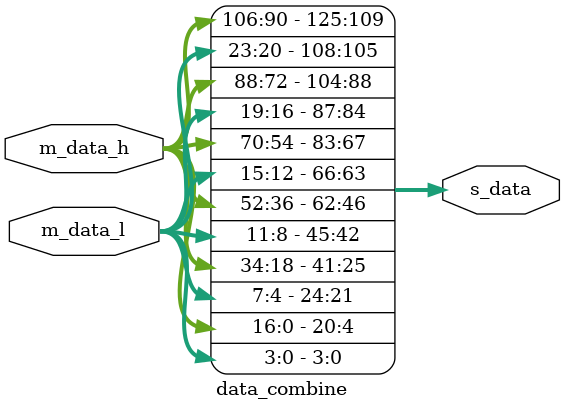
<source format=v>
module data_combine #(
    parameter DN=6, DW=21, MWH=18,MWL=4
) (
    input  [DN*MWH-1 : 0] m_data_h,
    input  [DN*MWL-1 : 0] m_data_l,

    output [DN*DW-1  : 0] s_data
);

genvar i;
generate
    for (i=0;i<DN;i=i+1) begin:combine_data
       
        assign s_data[i*DW +: DW] = {m_data_h[i*MWH +: (MWH-1)],m_data_l[i*MWL +: MWL]};

    end
endgenerate
    
endmodule

</source>
